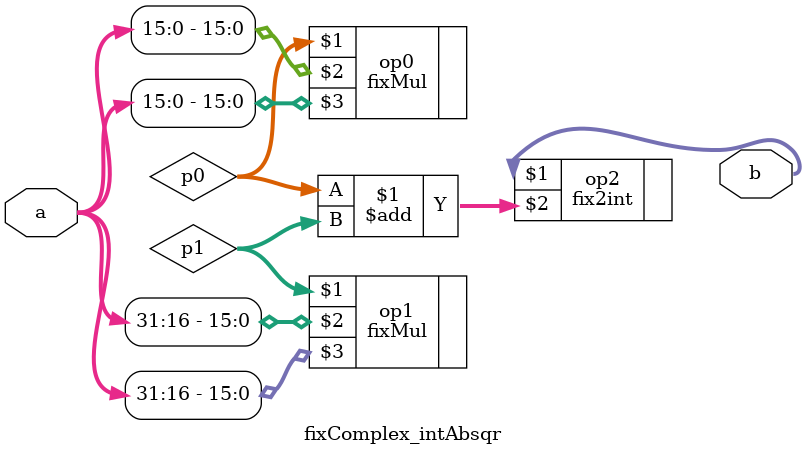
<source format=v>


`define real [ws - 1:0]
`define imag [2*ws - 1:ws]
`define fix [ws - 1:0]
`define int [ws - dp - 1:0]
`define complex [2*ws - 1:0]



module fixComplex_add(
	c,
	a, b);
	
	output	`complex	c;
	
	input	`complex	a, b;
	
	parameter	ws = 16, dp = 8;
	
	assign c = {a`imag + b`imag, a`real + b`real};
	
endmodule

module fixComplex_mul(
	c,
	a, b);
	
	output	`complex	c;
	
	input	`complex	a, b;
	
	parameter	ws = 16, dp = 8;
	
	wire	`fix	p0, p1, p2, p3;
	
	////c = a*b = (a.r*b.r-a.i*b.i) + (a.r*b.i+a.i*b.r)i
	
	fixMul	#(ws, dp)	op0(p0, a`imag, b`real);
	fixMul	#(ws, dp)	op1(p1, b`imag, a`real);
	fixMul	#(ws, dp)	op2(p2, a`real,  b`real);
	fixMul	#(ws, dp)	op3(p3, a`imag,  b`imag);
	
	assign c = {p0 + p1, p2 - p3};
	
endmodule


module fixComplex_fixAbsqr( // b = abs(a)**2
	b,
	a);
	
	output	`fix	b;
	
	input	`complex	a;
	
	parameter	ws = 16, dp = 8;
	
	wire	`fix	p0, p1;
	
	//// b = a.r**2 + a.i**2
	
	fixMul	#(ws, dp)	op0(p0, a`real,  a`real);
	fixMul	#(ws, dp)	op1(p1, a`imag,  a`imag);
	assign b = p0 + p1;
	
endmodule

module fixComplex_intAbsqr( //// b = int(abs(a)**2)
	b,
	a);
	
	output	`int	b;
	
	input	`complex	a;
	
	parameter	ws = 16, dp = 8;
	
	wire	`fix	p0, p1;
	
	fixMul	#(ws, dp)	op0(p0, a`real,  a`real);
	fixMul	#(ws, dp)	op1(p1, a`imag,  a`imag);
	fix2int	#(ws, dp)	op2(b, p0 + p1);
	
endmodule

	
	
	
///////////////////////int complex/////////////

/*




module complex_add(
	c,
	a, b);
	
	output	`complex	c;
	
	input	`complex	a, b;
	

	parameter ws = 32;
	
	assign c = {a`imag + b`imag, a`real + b`real};
	
endmodule

module complex_mul(
	c,
	a, b);
	
	output	`complex	c;
	
	input	`complex	a, b;
	

	parameter ws = 32;
	
	assign c = {a`imag * b`real + b`imag * a`real,
		a`real * b`real - a`imag * b`imag};
	
endmodule

module complex_dmul(
	c,
	a, b);
	
	output	`complex	c;
	
	input	`complex	a;
	input	[ws - 1:0]	b;
	

	parameter ws = 32;
	
	assign c = {a`imag * b,a`real * b};
	
endmodule

module complex_ddiv( //positive c only
	c,
	a, b);
	
	output	`complex	c;
	
	input	`complex	a;
	input	[ws - 1:0]	b;
	
// 	integer	mai, mar;
	

	parameter ws = 32;
	
// 	assign {mai, mar} = a;
	
// 	assign c = {mai / b, mar / b};
	assign c = {(a[2*ws - 1])?(-(-a`imag / b)):(a`imag / b), (a[ws - 1])?(-(-a`real / b)):(a`real / b)};
	
endmodule

module complex_absqr(
	c,
	a);
	
	output	[ws - 1:0]	c;
	
	input	`complex	a;
	

	parameter ws = 32;
	
	assign c = a`real * a`real + a`imag * a`imag;
	
endmodule
	*/
</source>
